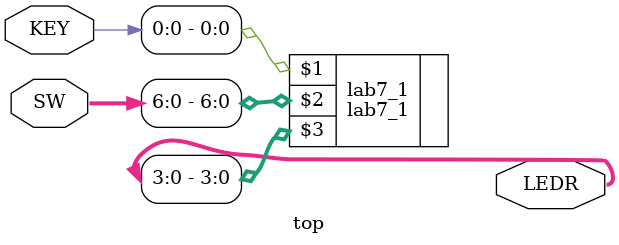
<source format=v>

module top (SW, KEY, LEDR);

    input wire [9:0] SW;        // DE-series switches
    input wire [3:0] KEY;       // DE-series pushbuttons

    output wire [9:0] LEDR;     // DE-series LEDs   

    lab7_1 lab7_1 (KEY[0], SW[6:0], LEDR[3:0]);
 
endmodule


</source>
